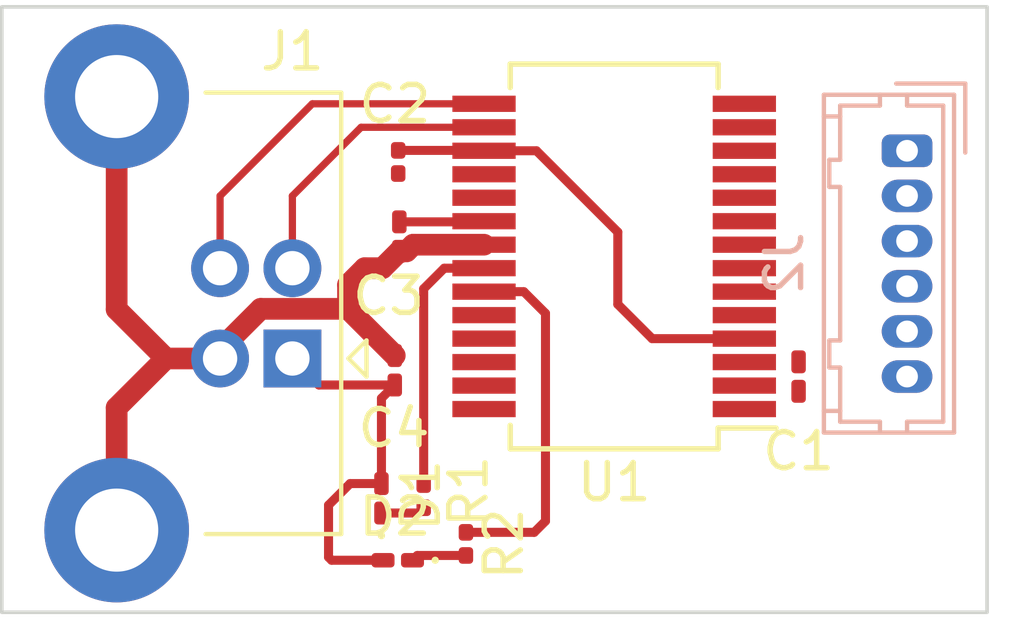
<source format=kicad_pcb>
(kicad_pcb (version 20221018) (generator pcbnew)
  (layers (0 "F.Cu" signal) (31 "B.Cu" signal) (34 "B.Paste" user) (35 "F.Paste" user) (36 "B.SilkS" user "B.Silkscreen") (37 "F.SilkS" user "F.Silkscreen") (38 "B.Mask" user) (39 "F.Mask" user) (44 "Edge.Cuts" user))
  (net 0 "")
  (net 1 "+3V3")
  (net 2 "GND")
  (net 3 "+5V")
  (net 4 "Net-(D1-K)")
  (net 5 "Net-(D2-K)")
  (net 6 "/D-")
  (net 7 "/D+")
  (net 8 "/TXD")
  (net 9 "/RXD")
  (net 10 "/RTS")
  (net 11 "/CTS")
  (net 12 "Net-(U1-CBUS1)")
  (net 13 "Net-(U1-CBUS0)")
  (net 14 "/DCR")
  (net 16 "/DCD")
  (net 17 "/DTR")
  (footprint "Package_SO:SSOP-28_5.3x10.2mm_P0.65mm" (layer "F.Cu") (at 148.9 74.675 180)
    (fp_text reference "U1" (at 0 -6.25) (layer "F.SilkS"))
    (fp_text value "FT232RL")
    (fp_line (start -2.875 -5.325) (end -2.875 -4.75) (stroke (width 0.15)) (layer "F.SilkS"))
    (fp_line (start -2.875 -5.325) (end 2.875 -5.325) (stroke (width 0.15)) (layer "F.SilkS"))
    (fp_line (start -2.875 -4.75) (end -4.475 -4.75) (stroke (width 0.15)) (layer "F.SilkS"))
    (fp_line (start -2.875 5.325) (end -2.875 4.675) (stroke (width 0.15)) (layer "F.SilkS"))
    (fp_line (start -2.875 5.325) (end 2.875 5.325) (stroke (width 0.15)) (layer "F.SilkS"))
    (fp_line (start 2.875 -5.325) (end 2.875 -4.675) (stroke (width 0.15)) (layer "F.SilkS"))
    (fp_line (start 2.875 5.325) (end 2.875 4.675) (stroke (width 0.15)) (layer "F.SilkS"))
    (pad "1" smd rect (at -3.6 -4.225 180) (size 1.75 0.45) (layers "F.Cu" "F.Paste" "F.Mask") (net 8 "/TXD"))
    (pad "2" smd rect (at -3.6 -3.575 180) (size 1.75 0.45) (layers "F.Cu" "F.Paste" "F.Mask") (net 17 "/DTR"))
    (pad "3" smd rect (at -3.6 -2.925 180) (size 1.75 0.45) (layers "F.Cu" "F.Paste" "F.Mask") (net 10 "/RTS"))
    (pad "4" smd rect (at -3.6 -2.275 180) (size 1.75 0.45) (layers "F.Cu" "F.Paste" "F.Mask") (net 1 "+3V3"))
    (pad "5" smd rect (at -3.6 -1.625 180) (size 1.75 0.45) (layers "F.Cu" "F.Paste" "F.Mask") (net 9 "/RXD"))
    (pad "6" smd rect (at -3.6 -0.975 180) (size 1.75 0.45) (layers "F.Cu" "F.Paste" "F.Mask"))
    (pad "7" smd rect (at -3.6 -0.325 180) (size 1.75 0.45) (layers "F.Cu" "F.Paste" "F.Mask") (net 2 "GND"))
    (pad "8" smd rect (at -3.6 0.325 180) (size 1.75 0.45) (layers "F.Cu" "F.Paste" "F.Mask"))
    (pad "9" smd rect (at -3.6 0.975 180) (size 1.75 0.45) (layers "F.Cu" "F.Paste" "F.Mask") (net 14 "/DCR"))
    (pad "10" smd rect (at -3.6 1.625 180) (size 1.75 0.45) (layers "F.Cu" "F.Paste" "F.Mask") (net 16 "/DCD"))
    (pad "11" smd rect (at -3.6 2.275 180) (size 1.75 0.45) (layers "F.Cu" "F.Paste" "F.Mask") (net 11 "/CTS"))
    (pad "12" smd rect (at -3.6 2.925 180) (size 1.75 0.45) (layers "F.Cu" "F.Paste" "F.Mask"))
    (pad "13" smd rect (at -3.6 3.575 180) (size 1.75 0.45) (layers "F.Cu" "F.Paste" "F.Mask"))
    (pad "14" smd rect (at -3.6 4.225 180) (size 1.75 0.45) (layers "F.Cu" "F.Paste" "F.Mask"))
    (pad "15" smd rect (at 3.6 4.225 180) (size 1.75 0.45) (layers "F.Cu" "F.Paste" "F.Mask") (net 7 "/D+"))
    (pad "16" smd rect (at 3.6 3.575 180) (size 1.75 0.45) (layers "F.Cu" "F.Paste" "F.Mask") (net 6 "/D-"))
    (pad "17" smd rect (at 3.6 2.925 180) (size 1.75 0.45) (layers "F.Cu" "F.Paste" "F.Mask") (net 1 "+3V3"))
    (pad "18" smd rect (at 3.6 2.275 180) (size 1.75 0.45) (layers "F.Cu" "F.Paste" "F.Mask") (net 2 "GND"))
    (pad "19" smd rect (at 3.6 1.625 180) (size 1.75 0.45) (layers "F.Cu" "F.Paste" "F.Mask"))
    (pad "20" smd rect (at 3.6 0.975 180) (size 1.75 0.45) (layers "F.Cu" "F.Paste" "F.Mask") (net 3 "+5V"))
    (pad "21" smd rect (at 3.6 0.325 180) (size 1.75 0.45) (layers "F.Cu" "F.Paste" "F.Mask") (net 2 "GND"))
    (pad "22" smd rect (at 3.6 -0.325 180) (size 1.75 0.45) (layers "F.Cu" "F.Paste" "F.Mask") (net 12 "Net-(U1-CBUS1)"))
    (pad "23" smd rect (at 3.6 -0.975 180) (size 1.75 0.45) (layers "F.Cu" "F.Paste" "F.Mask") (net 13 "Net-(U1-CBUS0)"))
    (pad "24" smd rect (at 3.6 -1.625 180) (size 1.75 0.45) (layers "F.Cu" "F.Paste" "F.Mask"))
    (pad "25" smd rect (at 3.6 -2.275 180) (size 1.75 0.45) (layers "F.Cu" "F.Paste" "F.Mask") (net 2 "GND"))
    (pad "26" smd rect (at 3.6 -2.925 180) (size 1.75 0.45) (layers "F.Cu" "F.Paste" "F.Mask") (net 2 "GND"))
    (pad "27" smd rect (at 3.6 -3.575 180) (size 1.75 0.45) (layers "F.Cu" "F.Paste" "F.Mask"))
    (pad "28" smd rect (at 3.6 -4.225 180) (size 1.75 0.45) (layers "F.Cu" "F.Paste" "F.Mask"))
  )
  (footprint "Capacitor_SMD:C_0201_0603Metric_Pad0.64x0.40mm_HandSolder" (layer "F.Cu") (at 142.95779 74.125495 -90)
    (fp_text reference "C3" (at 1.641508 0.298313 -180) (layer "F.SilkS"))
    (fp_text value "100nF")
    (pad "1" smd roundrect (at -0.4075 0 270) (size 0.635 0.4) (layers "F.Cu" "F.Mask") (net 3 "+5V"))
    (pad "2" smd roundrect (at 0.4075 0 270) (size 0.635 0.4) (layers "F.Cu" "F.Mask") (net 2 "GND"))
  )
  (footprint "Capacitor_SMD:C_0201_0603Metric_Pad0.64x0.40mm_HandSolder" (layer "F.Cu") (at 142.831503 77.825671 90)
    (fp_text reference "C4" (at -1.602168 -0.02232 180) (layer "F.SilkS"))
    (fp_text value "4.7uF")
    (pad "1" smd roundrect (at -0.4075 0 90) (size 0.635 0.4) (layers "F.Cu" "F.Mask") (net 3 "+5V"))
    (pad "2" smd roundrect (at 0.4075 0 90) (size 0.635 0.4) (layers "F.Cu" "F.Mask") (net 2 "GND"))
  )
  (footprint "Connector_USB:USB_B_Lumberg_2411_02_Horizontal" (layer "F.Cu") (at 140 77.5 180)
    (fp_text reference "J1" (at 0 8.5) (layer "F.SilkS"))
    (fp_text value "USB_B")
    (fp_line (start -2.05 -0.5) (end -2.05 0.5) (stroke (width 0.12)) (layer "F.SilkS"))
    (fp_line (start -2.05 0.5) (end -1.55 0) (stroke (width 0.12)) (layer "F.SilkS"))
    (fp_line (start -1.55 0) (end -2.05 -0.5) (stroke (width 0.12)) (layer "F.SilkS"))
    (fp_line (start -1.35 -4.86) (end 2.4 -4.86) (stroke (width 0.12)) (layer "F.SilkS"))
    (fp_line (start -1.35 7.36) (end -1.35 -4.86) (stroke (width 0.12)) (layer "F.SilkS"))
    (fp_line (start -1.35 7.36) (end 2.4 7.36) (stroke (width 0.12)) (layer "F.SilkS"))
    (pad "1" thru_hole rect (at 0 0 270) (size 1.6 1.6) (drill 0.95) (layers "*.Cu" "*.Mask") (net 3 "+5V"))
    (pad "2" thru_hole circle (at 0 2.5 270) (size 1.6 1.6) (drill 0.95) (layers "*.Cu" "*.Mask") (net 6 "/D-"))
    (pad "3" thru_hole circle (at 2 2.5 270) (size 1.6 1.6) (drill 0.95) (layers "*.Cu" "*.Mask") (net 7 "/D+"))
    (pad "4" thru_hole circle (at 2 0 270) (size 1.6 1.6) (drill 0.95) (layers "*.Cu" "*.Mask") (net 2 "GND"))
    (pad "5" thru_hole circle (at 4.86 -4.75 270) (size 4 4) (drill 2.3) (layers "*.Cu" "*.Mask") (net 2 "GND"))
    (pad "5" thru_hole circle (at 4.86 7.25 270) (size 4 4) (drill 2.3) (layers "*.Cu" "*.Mask") (net 2 "GND"))
  )
  (footprint "Resistor_SMD:R_0201_0603Metric" (layer "F.Cu") (at 143.631434 81.309932 -90)
    (fp_text reference "R1" (at -0.133456 -1.239542 90) (layer "F.SilkS"))
    (fp_text value "1k")
    (pad "1" smd roundrect (at -0.32 0 270) (size 0.46 0.4) (layers "F.Cu" "F.Mask") (net 12 "Net-(U1-CBUS1)"))
    (pad "2" smd roundrect (at 0.32 0 270) (size 0.46 0.4) (layers "F.Cu" "F.Mask") (net 4 "Net-(D1-K)"))
  )
  (footprint "Capacitor_SMD:C_0201_0603Metric_Pad0.64x0.40mm_HandSolder" (layer "F.Cu") (at 154 78 90)
    (fp_text reference "C1" (at -2.0675 0) (layer "F.SilkS"))
    (fp_text value "100nF")
    (pad "1" smd roundrect (at -0.4075 0 90) (size 0.635 0.4) (layers "F.Cu" "F.Mask") (net 1 "+3V3"))
    (pad "2" smd roundrect (at 0.4075 0 90) (size 0.635 0.4) (layers "F.Cu" "F.Mask") (net 2 "GND"))
  )
  (footprint "Capacitor_SMD:C_0201_0603Metric" (layer "F.Cu") (at 142.926218 72.059544 -90)
    (fp_text reference "C2" (at -1.601716 0.090236 -180) (layer "F.SilkS"))
    (fp_text value "100nF")
    (pad "1" smd roundrect (at -0.32 0 270) (size 0.46 0.4) (layers "F.Cu" "F.Mask") (net 1 "+3V3"))
    (pad "2" smd roundrect (at 0.32 0 270) (size 0.46 0.4) (layers "F.Cu" "F.Mask") (net 2 "GND"))
  )
  (footprint "Resistor_SMD:R_0201_0603Metric" (layer "F.Cu") (at 144.799589 82.631662 -90)
    (fp_text reference "R2" (at 0 -1.05 90) (layer "F.SilkS"))
    (fp_text value "1k")
    (pad "1" smd roundrect (at -0.32 0 270) (size 0.46 0.4) (layers "F.Cu" "F.Mask") (net 13 "Net-(U1-CBUS0)"))
    (pad "2" smd roundrect (at 0.32 0 270) (size 0.46 0.4) (layers "F.Cu" "F.Mask") (net 5 "Net-(D2-K)"))
  )
  (footprint "LED_SMD:LED_0201_0603Metric_Pad0.64x0.40mm_HandSolder" (layer "F.Cu") (at 142.914789 83.084191 180)
    (fp_text reference "D2" (at 0.080189 1.20797) (layer "F.SilkS"))
    (fp_text value "~")
    (fp_circle (center -1.035 0) (end -0.985 0) (stroke (width 0.1)) (fill none) (layer "F.SilkS"))
    (pad "1" smd roundrect (at -0.4075 0 180) (size 0.635 0.4) (layers "F.Cu" "F.Mask") (net 5 "Net-(D2-K)"))
    (pad "2" smd roundrect (at 0.4075 0 180) (size 0.635 0.4) (layers "F.Cu" "F.Mask") (net 3 "+5V"))
  )
  (footprint "LED_SMD:LED_0201_0603Metric_Pad0.64x0.40mm_HandSolder" (layer "F.Cu") (at 142.46328 81.368793 90)
    (fp_text reference "D1" (at 0.080049 1.088217 90) (layer "F.SilkS"))
    (fp_text value "~")
    (fp_circle (center -1.035 0) (end -0.985 0) (stroke (width 0.1)) (fill none) (layer "F.SilkS"))
    (pad "1" smd roundrect (at -0.4075 0 90) (size 0.635 0.4) (layers "F.Cu" "F.Mask") (net 4 "Net-(D1-K)"))
    (pad "2" smd roundrect (at 0.4075 0 90) (size 0.635 0.4) (layers "F.Cu" "F.Mask") (net 3 "+5V"))
  )
  (footprint "Connector_Hirose:Hirose_DF13-06P-1.25DSA_1x06_P1.25mm_Vertical" (layer "B.Cu") (at 157 71.75 -90)
    (fp_text reference "J2" (at 3.12 3.4 -270) (layer "B.SilkS") (effects (justify mirror)))
    (fp_text value "Conn_01x06_Pin")
    (fp_line (start -1.86 -1.61) (end 0.05 -1.61) (stroke (width 0.12)) (layer "B.SilkS"))
    (fp_line (start -1.86 0.3) (end -1.86 -1.61) (stroke (width 0.12)) (layer "B.SilkS"))
    (fp_line (start -1.55 -1.3) (end 7.8 -1.3) (stroke (width 0.12)) (layer "B.SilkS"))
    (fp_line (start -1.55 0) (end -1.25 0) (stroke (width 0.12)) (layer "B.SilkS"))
    (fp_line (start -1.55 0.75) (end -1.25 0.75) (stroke (width 0.12)) (layer "B.SilkS"))
    (fp_line (start -1.55 2.3) (end -1.55 -1.3) (stroke (width 0.12)) (layer "B.SilkS"))
    (fp_line (start -1.25 -1) (end 7.5 -1) (stroke (width 0.12)) (layer "B.SilkS"))
    (fp_line (start -1.25 0) (end -1.25 -1) (stroke (width 0.12)) (layer "B.SilkS"))
    (fp_line (start -1.25 0.75) (end -1.25 1.85) (stroke (width 0.12)) (layer "B.SilkS"))
    (fp_line (start -1.25 1.85) (end -0.95 1.85) (stroke (width 0.12)) (layer "B.SilkS"))
    (fp_line (start -0.95 1.85) (end -0.95 2.3) (stroke (width 0.12)) (layer "B.SilkS"))
    (fp_line (start -0.95 1.85) (end 0.25 1.85) (stroke (width 0.12)) (layer "B.SilkS"))
    (fp_line (start 0.25 1.85) (end 0.25 2.15) (stroke (width 0.12)) (layer "B.SilkS"))
    (fp_line (start 0.25 2.15) (end 1 2.15) (stroke (width 0.12)) (layer "B.SilkS"))
    (fp_line (start 1 1.85) (end 5.25 1.85) (stroke (width 0.12)) (layer "B.SilkS"))
    (fp_line (start 1 2.15) (end 1 1.85) (stroke (width 0.12)) (layer "B.SilkS"))
    (fp_line (start 5.25 1.85) (end 5.25 2.15) (stroke (width 0.12)) (layer "B.SilkS"))
    (fp_line (start 5.25 2.15) (end 6 2.15) (stroke (width 0.12)) (layer "B.SilkS"))
    (fp_line (start 6 1.85) (end 7.2 1.85) (stroke (width 0.12)) (layer "B.SilkS"))
    (fp_line (start 6 2.15) (end 6 1.85) (stroke (width 0.12)) (layer "B.SilkS"))
    (fp_line (start 7.2 1.85) (end 7.2 2.3) (stroke (width 0.12)) (layer "B.SilkS"))
    (fp_line (start 7.5 -1) (end 7.5 0) (stroke (width 0.12)) (layer "B.SilkS"))
    (fp_line (start 7.5 0) (end 7.8 0) (stroke (width 0.12)) (layer "B.SilkS"))
    (fp_line (start 7.5 0.75) (end 7.5 1.85) (stroke (width 0.12)) (layer "B.SilkS"))
    (fp_line (start 7.5 1.85) (end 7.2 1.85) (stroke (width 0.12)) (layer "B.SilkS"))
    (fp_line (start 7.8 -1.3) (end 7.8 2.3) (stroke (width 0.12)) (layer "B.SilkS"))
    (fp_line (start 7.8 0.75) (end 7.5 0.75) (stroke (width 0.12)) (layer "B.SilkS"))
    (fp_line (start 7.8 2.3) (end -1.55 2.3) (stroke (width 0.12)) (layer "B.SilkS"))
    (pad "1" thru_hole roundrect (at 0 0 270) (size 0.9 1.4) (drill 0.6) (layers "*.Cu" "*.Mask") (net 17 "/DTR"))
    (pad "2" thru_hole oval (at 1.25 0 270) (size 0.9 1.4) (drill 0.6) (layers "*.Cu" "*.Mask") (net 9 "/RXD"))
    (pad "3" thru_hole oval (at 2.5 0 270) (size 0.9 1.4) (drill 0.6) (layers "*.Cu" "*.Mask") (net 8 "/TXD"))
    (pad "4" thru_hole oval (at 3.75 0 270) (size 0.9 1.4) (drill 0.6) (layers "*.Cu" "*.Mask") (net 3 "+5V"))
    (pad "5" thru_hole oval (at 5 0 270) (size 0.9 1.4) (drill 0.6) (layers "*.Cu" "*.Mask") (net 1 "+3V3"))
    (pad "6" thru_hole oval (at 6.25 0 270) (size 0.9 1.4) (drill 0.6) (layers "*.Cu" "*.Mask") (net 2 "GND"))
  )
  (gr_rect (start 131.963358 67.766553) (end 159.213109 84.52469) (stroke (width 0.1)) (fill none) (layer "Edge.Cuts"))
  (segment (start 149 76) (end 149.95 76.95) (width 0.25) (layer "F.Cu") (net 1))
  (segment (start 149 74) (end 149 76) (width 0.25) (layer "F.Cu") (net 1))
  (segment (start 149.95 76.95) (end 152.5 76.95) (width 0.25) (layer "F.Cu") (net 1))
  (segment (start 145.289544 71.739544) (end 145.3 71.75) (width 0.25) (layer "F.Cu") (net 1))
  (segment (start 145.3 71.75) (end 146.75 71.75) (width 0.25) (layer "F.Cu") (net 1))
  (segment (start 142.926218 71.739544) (end 145.289544 71.739544) (width 0.25) (layer "F.Cu") (net 1))
  (segment (start 146.75 71.75) (end 149 74) (width 0.25) (layer "F.Cu") (net 1))
  (segment (start 138 77.5) (end 138 77.25) (width 0.6) (layer "F.Cu") (net 2))
  (segment (start 135.14 70.25) (end 135.14 76.14) (width 0.6) (layer "F.Cu") (net 2))
  (segment (start 143.340784 74.35) (end 145.3 74.35) (width 0.6) (layer "F.Cu") (net 2))
  (segment (start 139.125 76.125) (end 141.538332 76.125) (width 0.6) (layer "F.Cu") (net 2))
  (segment (start 142.95779 74.532995) (end 143.157789 74.532995) (width 0.6) (layer "F.Cu") (net 2))
  (segment (start 141.538332 76.125) (end 141.538332 75.461668) (width 0.6) (layer "F.Cu") (net 2))
  (segment (start 141.538332 75.461668) (end 142 75) (width 0.6) (layer "F.Cu") (net 2))
  (segment (start 142 75) (end 142.490785 75) (width 0.6) (layer "F.Cu") (net 2))
  (segment (start 135.14 82.25) (end 135.14 78.86) (width 0.6) (layer "F.Cu") (net 2))
  (segment (start 138 77.25) (end 139.125 76.125) (width 0.6) (layer "F.Cu") (net 2))
  (segment (start 136.5 77.5) (end 138 77.5) (width 0.6) (layer "F.Cu") (net 2))
  (segment (start 143.157789 74.532995) (end 143.340784 74.35) (width 0.6) (layer "F.Cu") (net 2))
  (segment (start 135.14 78.86) (end 136.5 77.5) (width 0.6) (layer "F.Cu") (net 2))
  (segment (start 142.490785 75) (end 142.95779 74.532995) (width 0.6) (layer "F.Cu") (net 2))
  (segment (start 135.14 76.14) (end 136.5 77.5) (width 0.6) (layer "F.Cu") (net 2))
  (segment (start 141.538332 76.125) (end 142.831503 77.418171) (width 0.6) (layer "F.Cu") (net 2))
  (segment (start 142.507289 83.084191) (end 141.084191 83.084191) (width 0.25) (layer "F.Cu") (net 3))
  (segment (start 142.46328 80.961293) (end 142.46328 78.601394) (width 0.25) (layer "F.Cu") (net 3))
  (segment (start 142.46328 78.601394) (end 142.831503 78.233171) (width 0.25) (layer "F.Cu") (net 3))
  (segment (start 145.282005 73.717995) (end 145.3 73.7) (width 0.25) (layer "F.Cu") (net 3))
  (segment (start 140 77.5) (end 140.733171 78.233171) (width 0.25) (layer "F.Cu") (net 3))
  (segment (start 140.733171 78.233171) (end 142.831503 78.233171) (width 0.25) (layer "F.Cu") (net 3))
  (segment (start 141.597158 80.961293) (end 142.46328 80.961293) (width 0.25) (layer "F.Cu") (net 3))
  (segment (start 141.084191 83.084191) (end 141 83) (width 0.25) (layer "F.Cu") (net 3))
  (segment (start 141 81.558451) (end 141.597158 80.961293) (width 0.25) (layer "F.Cu") (net 3))
  (segment (start 142.95779 73.717995) (end 145.282005 73.717995) (width 0.25) (layer "F.Cu") (net 3))
  (segment (start 141 83) (end 141 81.558451) (width 0.25) (layer "F.Cu") (net 3))
  (segment (start 143.485073 81.776293) (end 143.631434 81.629932) (width 0.25) (layer "F.Cu") (net 4))
  (segment (start 142.46328 81.776293) (end 143.485073 81.776293) (width 0.25) (layer "F.Cu") (net 4))
  (segment (start 144.799589 82.951662) (end 143.454818 82.951662) (width 0.25) (layer "F.Cu") (net 5))
  (segment (start 143.454818 82.951662) (end 143.322289 83.084191) (width 0.25) (layer "F.Cu") (net 5))
  (segment (start 140 75) (end 140 73) (width 0.2) (layer "F.Cu") (net 6))
  (segment (start 141.9 71.1) (end 145.3 71.1) (width 0.2) (layer "F.Cu") (net 6))
  (segment (start 140 73) (end 141.9 71.1) (width 0.2) (layer "F.Cu") (net 6))
  (segment (start 140.55 70.45) (end 145.3 70.45) (width 0.2) (layer "F.Cu") (net 7))
  (segment (start 138 75) (end 138 73) (width 0.2) (layer "F.Cu") (net 7))
  (segment (start 138 73) (end 140.55 70.45) (width 0.2) (layer "F.Cu") (net 7))
  (segment (start 143.631434 75.568566) (end 144.2 75) (width 0.25) (layer "F.Cu") (net 12))
  (segment (start 143.631434 80.989932) (end 143.631434 75.568566) (width 0.25) (layer "F.Cu") (net 12))
  (segment (start 144.2 75) (end 145.3 75) (width 0.25) (layer "F.Cu") (net 12))
  (segment (start 146.4 75.65) (end 145.3 75.65) (width 0.25) (layer "F.Cu") (net 13))
  (segment (start 147 76.25) (end 146.4 75.65) (width 0.25) (layer "F.Cu") (net 13))
  (segment (start 146.688338 82.311662) (end 147 82) (width 0.25) (layer "F.Cu") (net 13))
  (segment (start 144.799589 82.311662) (end 146.688338 82.311662) (width 0.25) (layer "F.Cu") (net 13))
  (segment (start 147 82) (end 147 76.25) (width 0.25) (layer "F.Cu") (net 13))
)
</source>
